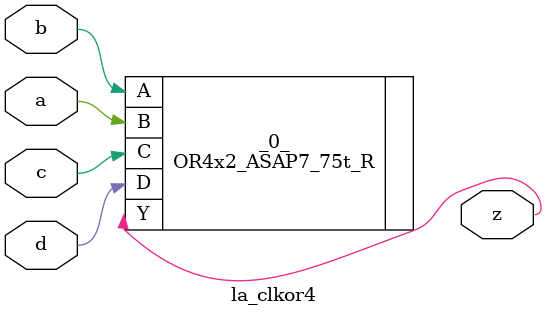
<source format=v>

/* Generated by Yosys 0.37 (git sha1 a5c7f69ed, clang 14.0.0-1ubuntu1.1 -fPIC -Os) */

module la_clkor4(a, b, c, d, z);
  input a;
  wire a;
  input b;
  wire b;
  input c;
  wire c;
  input d;
  wire d;
  output z;
  wire z;
  OR4x2_ASAP7_75t_R _0_ (
    .A(b),
    .B(a),
    .C(c),
    .D(d),
    .Y(z)
  );
endmodule

</source>
